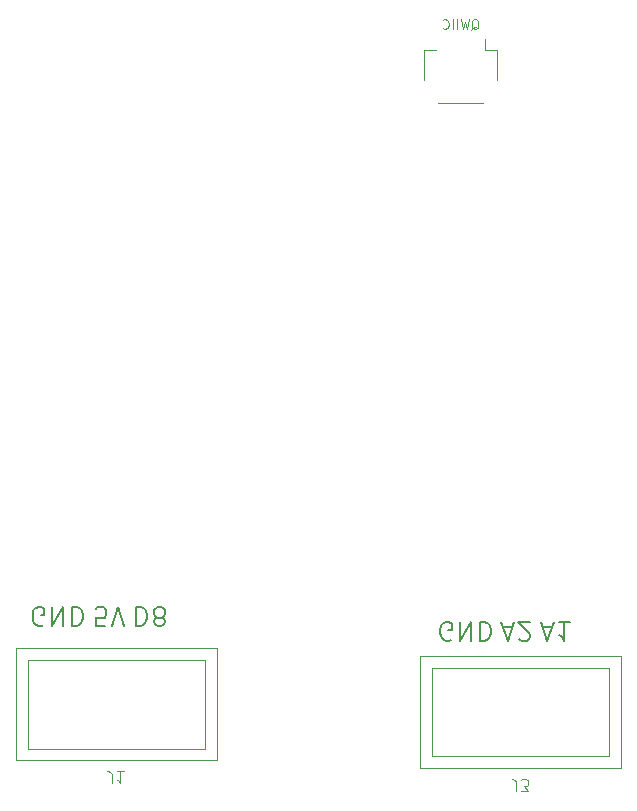
<source format=gbr>
%TF.GenerationSoftware,Flux,Pcbnew,9.0.6-9.0.6~ubuntu22.04.1*%
%TF.CreationDate,2025-12-30T03:11:01+00:00*%
%TF.ProjectId,input,696e7075-742e-46b6-9963-61645f706362,rev?*%
%TF.SameCoordinates,Original*%
%TF.FileFunction,Legend,Bot*%
%TF.FilePolarity,Positive*%
%FSLAX46Y46*%
G04 Gerber Fmt 4.6, Leading zero omitted, Abs format (unit mm)*
G04 Filename: pegjumpinggamepcb-179b*
G04 Build it with Flux! Visit our site at: https://www.flux.ai (PCBNEW 9.0.6-9.0.6~ubuntu22.04.1) date 2025-12-30 03:11:01*
%MOMM*%
%LPD*%
G01*
G04 APERTURE LIST*
%ADD10C,0.190000*%
%ADD11C,0.095000*%
%ADD12C,0.120650*%
%ADD13C,0.120000*%
%ADD14C,0.100000*%
G04 APERTURE END LIST*
D10*
X467257347Y-193856799D02*
X467104966Y-193932989D01*
X467104966Y-193932989D02*
X466876395Y-193932989D01*
X466876395Y-193932989D02*
X466647823Y-193856799D01*
X466647823Y-193856799D02*
X466495442Y-193704418D01*
X466495442Y-193704418D02*
X466419252Y-193552037D01*
X466419252Y-193552037D02*
X466343061Y-193247275D01*
X466343061Y-193247275D02*
X466343061Y-193018703D01*
X466343061Y-193018703D02*
X466419252Y-192713941D01*
X466419252Y-192713941D02*
X466495442Y-192561560D01*
X466495442Y-192561560D02*
X466647823Y-192409180D01*
X466647823Y-192409180D02*
X466876395Y-192332989D01*
X466876395Y-192332989D02*
X467028776Y-192332989D01*
X467028776Y-192332989D02*
X467257347Y-192409180D01*
X467257347Y-192409180D02*
X467333538Y-192485370D01*
X467333538Y-192485370D02*
X467333538Y-193018703D01*
X467333538Y-193018703D02*
X467028776Y-193018703D01*
X468019252Y-192332989D02*
X468019252Y-193932989D01*
X468019252Y-193932989D02*
X468933538Y-192332989D01*
X468933538Y-192332989D02*
X468933538Y-193932989D01*
X469695442Y-192332989D02*
X469695442Y-193932989D01*
X469695442Y-193932989D02*
X470076394Y-193932989D01*
X470076394Y-193932989D02*
X470304966Y-193856799D01*
X470304966Y-193856799D02*
X470457347Y-193704418D01*
X470457347Y-193704418D02*
X470533537Y-193552037D01*
X470533537Y-193552037D02*
X470609728Y-193247275D01*
X470609728Y-193247275D02*
X470609728Y-193018703D01*
X470609728Y-193018703D02*
X470533537Y-192713941D01*
X470533537Y-192713941D02*
X470457347Y-192561560D01*
X470457347Y-192561560D02*
X470304966Y-192409180D01*
X470304966Y-192409180D02*
X470076394Y-192332989D01*
X470076394Y-192332989D02*
X469695442Y-192332989D01*
X471676394Y-192790132D02*
X472438299Y-192790132D01*
X471524013Y-192332989D02*
X472057347Y-193932989D01*
X472057347Y-193932989D02*
X472590680Y-192332989D01*
X473047823Y-193780608D02*
X473124014Y-193856799D01*
X473124014Y-193856799D02*
X473276395Y-193932989D01*
X473276395Y-193932989D02*
X473657347Y-193932989D01*
X473657347Y-193932989D02*
X473809728Y-193856799D01*
X473809728Y-193856799D02*
X473885919Y-193780608D01*
X473885919Y-193780608D02*
X473962109Y-193628227D01*
X473962109Y-193628227D02*
X473962109Y-193475846D01*
X473962109Y-193475846D02*
X473885919Y-193247275D01*
X473885919Y-193247275D02*
X472971633Y-192332989D01*
X472971633Y-192332989D02*
X473962109Y-192332989D01*
X475028776Y-192790132D02*
X475790681Y-192790132D01*
X474876395Y-192332989D02*
X475409729Y-193932989D01*
X475409729Y-193932989D02*
X475943062Y-192332989D01*
X477314491Y-192332989D02*
X476400205Y-192332989D01*
X476857348Y-192332989D02*
X476857348Y-193932989D01*
X476857348Y-193932989D02*
X476704967Y-193704418D01*
X476704967Y-193704418D02*
X476552586Y-193552037D01*
X476552586Y-193552037D02*
X476400205Y-193475846D01*
X432748547Y-192587399D02*
X432596166Y-192663589D01*
X432596166Y-192663589D02*
X432367595Y-192663589D01*
X432367595Y-192663589D02*
X432139023Y-192587399D01*
X432139023Y-192587399D02*
X431986642Y-192435018D01*
X431986642Y-192435018D02*
X431910452Y-192282637D01*
X431910452Y-192282637D02*
X431834261Y-191977875D01*
X431834261Y-191977875D02*
X431834261Y-191749303D01*
X431834261Y-191749303D02*
X431910452Y-191444541D01*
X431910452Y-191444541D02*
X431986642Y-191292160D01*
X431986642Y-191292160D02*
X432139023Y-191139780D01*
X432139023Y-191139780D02*
X432367595Y-191063589D01*
X432367595Y-191063589D02*
X432519976Y-191063589D01*
X432519976Y-191063589D02*
X432748547Y-191139780D01*
X432748547Y-191139780D02*
X432824738Y-191215970D01*
X432824738Y-191215970D02*
X432824738Y-191749303D01*
X432824738Y-191749303D02*
X432519976Y-191749303D01*
X433510452Y-191063589D02*
X433510452Y-192663589D01*
X433510452Y-192663589D02*
X434424738Y-191063589D01*
X434424738Y-191063589D02*
X434424738Y-192663589D01*
X435186642Y-191063589D02*
X435186642Y-192663589D01*
X435186642Y-192663589D02*
X435567594Y-192663589D01*
X435567594Y-192663589D02*
X435796166Y-192587399D01*
X435796166Y-192587399D02*
X435948547Y-192435018D01*
X435948547Y-192435018D02*
X436024737Y-192282637D01*
X436024737Y-192282637D02*
X436100928Y-191977875D01*
X436100928Y-191977875D02*
X436100928Y-191749303D01*
X436100928Y-191749303D02*
X436024737Y-191444541D01*
X436024737Y-191444541D02*
X435948547Y-191292160D01*
X435948547Y-191292160D02*
X435796166Y-191139780D01*
X435796166Y-191139780D02*
X435567594Y-191063589D01*
X435567594Y-191063589D02*
X435186642Y-191063589D01*
X438005690Y-192663589D02*
X437243785Y-192663589D01*
X437243785Y-192663589D02*
X437167594Y-191901684D01*
X437167594Y-191901684D02*
X437243785Y-191977875D01*
X437243785Y-191977875D02*
X437396166Y-192054065D01*
X437396166Y-192054065D02*
X437777118Y-192054065D01*
X437777118Y-192054065D02*
X437929499Y-191977875D01*
X437929499Y-191977875D02*
X438005690Y-191901684D01*
X438005690Y-191901684D02*
X438081880Y-191749303D01*
X438081880Y-191749303D02*
X438081880Y-191368351D01*
X438081880Y-191368351D02*
X438005690Y-191215970D01*
X438005690Y-191215970D02*
X437929499Y-191139780D01*
X437929499Y-191139780D02*
X437777118Y-191063589D01*
X437777118Y-191063589D02*
X437396166Y-191063589D01*
X437396166Y-191063589D02*
X437243785Y-191139780D01*
X437243785Y-191139780D02*
X437167594Y-191215970D01*
X438539023Y-192663589D02*
X439072357Y-191063589D01*
X439072357Y-191063589D02*
X439605690Y-192663589D01*
X440596167Y-191063589D02*
X440596167Y-192663589D01*
X440596167Y-192663589D02*
X440977119Y-192663589D01*
X440977119Y-192663589D02*
X441205691Y-192587399D01*
X441205691Y-192587399D02*
X441358072Y-192435018D01*
X441358072Y-192435018D02*
X441434262Y-192282637D01*
X441434262Y-192282637D02*
X441510453Y-191977875D01*
X441510453Y-191977875D02*
X441510453Y-191749303D01*
X441510453Y-191749303D02*
X441434262Y-191444541D01*
X441434262Y-191444541D02*
X441358072Y-191292160D01*
X441358072Y-191292160D02*
X441205691Y-191139780D01*
X441205691Y-191139780D02*
X440977119Y-191063589D01*
X440977119Y-191063589D02*
X440596167Y-191063589D01*
X442424738Y-191977875D02*
X442272357Y-192054065D01*
X442272357Y-192054065D02*
X442196167Y-192130256D01*
X442196167Y-192130256D02*
X442119976Y-192282637D01*
X442119976Y-192282637D02*
X442119976Y-192358827D01*
X442119976Y-192358827D02*
X442196167Y-192511208D01*
X442196167Y-192511208D02*
X442272357Y-192587399D01*
X442272357Y-192587399D02*
X442424738Y-192663589D01*
X442424738Y-192663589D02*
X442729500Y-192663589D01*
X442729500Y-192663589D02*
X442881881Y-192587399D01*
X442881881Y-192587399D02*
X442958072Y-192511208D01*
X442958072Y-192511208D02*
X443034262Y-192358827D01*
X443034262Y-192358827D02*
X443034262Y-192282637D01*
X443034262Y-192282637D02*
X442958072Y-192130256D01*
X442958072Y-192130256D02*
X442881881Y-192054065D01*
X442881881Y-192054065D02*
X442729500Y-191977875D01*
X442729500Y-191977875D02*
X442424738Y-191977875D01*
X442424738Y-191977875D02*
X442272357Y-191901684D01*
X442272357Y-191901684D02*
X442196167Y-191825494D01*
X442196167Y-191825494D02*
X442119976Y-191673113D01*
X442119976Y-191673113D02*
X442119976Y-191368351D01*
X442119976Y-191368351D02*
X442196167Y-191215970D01*
X442196167Y-191215970D02*
X442272357Y-191139780D01*
X442272357Y-191139780D02*
X442424738Y-191063589D01*
X442424738Y-191063589D02*
X442729500Y-191063589D01*
X442729500Y-191063589D02*
X442881881Y-191139780D01*
X442881881Y-191139780D02*
X442958072Y-191215970D01*
X442958072Y-191215970D02*
X443034262Y-191368351D01*
X443034262Y-191368351D02*
X443034262Y-191673113D01*
X443034262Y-191673113D02*
X442958072Y-191825494D01*
X442958072Y-191825494D02*
X442881881Y-191901684D01*
X442881881Y-191901684D02*
X442729500Y-191977875D01*
D11*
X468995732Y-142214445D02*
X469071922Y-142176350D01*
X469071922Y-142176350D02*
X469148113Y-142100160D01*
X469148113Y-142100160D02*
X469262399Y-141985874D01*
X469262399Y-141985874D02*
X469338589Y-141947779D01*
X469338589Y-141947779D02*
X469414780Y-141947779D01*
X469376684Y-142138255D02*
X469452875Y-142100160D01*
X469452875Y-142100160D02*
X469529065Y-142023969D01*
X469529065Y-142023969D02*
X469567161Y-141871588D01*
X469567161Y-141871588D02*
X469567161Y-141604921D01*
X469567161Y-141604921D02*
X469529065Y-141452540D01*
X469529065Y-141452540D02*
X469452875Y-141376350D01*
X469452875Y-141376350D02*
X469376684Y-141338255D01*
X469376684Y-141338255D02*
X469224303Y-141338255D01*
X469224303Y-141338255D02*
X469148113Y-141376350D01*
X469148113Y-141376350D02*
X469071922Y-141452540D01*
X469071922Y-141452540D02*
X469033827Y-141604921D01*
X469033827Y-141604921D02*
X469033827Y-141871588D01*
X469033827Y-141871588D02*
X469071922Y-142023969D01*
X469071922Y-142023969D02*
X469148113Y-142100160D01*
X469148113Y-142100160D02*
X469224303Y-142138255D01*
X469224303Y-142138255D02*
X469376684Y-142138255D01*
X468767161Y-141338255D02*
X468576685Y-142138255D01*
X468576685Y-142138255D02*
X468424304Y-141566826D01*
X468424304Y-141566826D02*
X468271923Y-142138255D01*
X468271923Y-142138255D02*
X468081447Y-141338255D01*
X467776684Y-142138255D02*
X467776684Y-141338255D01*
X467395732Y-142138255D02*
X467395732Y-141338255D01*
X466557637Y-142062064D02*
X466595733Y-142100160D01*
X466595733Y-142100160D02*
X466710018Y-142138255D01*
X466710018Y-142138255D02*
X466786209Y-142138255D01*
X466786209Y-142138255D02*
X466900495Y-142100160D01*
X466900495Y-142100160D02*
X466976685Y-142023969D01*
X466976685Y-142023969D02*
X467014780Y-141947779D01*
X467014780Y-141947779D02*
X467052876Y-141795398D01*
X467052876Y-141795398D02*
X467052876Y-141681112D01*
X467052876Y-141681112D02*
X467014780Y-141528731D01*
X467014780Y-141528731D02*
X466976685Y-141452540D01*
X466976685Y-141452540D02*
X466900495Y-141376350D01*
X466900495Y-141376350D02*
X466786209Y-141338255D01*
X466786209Y-141338255D02*
X466710018Y-141338255D01*
X466710018Y-141338255D02*
X466595733Y-141376350D01*
X466595733Y-141376350D02*
X466557637Y-141414445D01*
D12*
X472771650Y-206660540D02*
X472771650Y-205934825D01*
X472771650Y-205934825D02*
X472723269Y-205789682D01*
X472723269Y-205789682D02*
X472626507Y-205692921D01*
X472626507Y-205692921D02*
X472481364Y-205644540D01*
X472481364Y-205644540D02*
X472384602Y-205644540D01*
X473158697Y-206660540D02*
X473787650Y-206660540D01*
X473787650Y-206660540D02*
X473448983Y-206273492D01*
X473448983Y-206273492D02*
X473594126Y-206273492D01*
X473594126Y-206273492D02*
X473690888Y-206225111D01*
X473690888Y-206225111D02*
X473739269Y-206176730D01*
X473739269Y-206176730D02*
X473787650Y-206079968D01*
X473787650Y-206079968D02*
X473787650Y-205838063D01*
X473787650Y-205838063D02*
X473739269Y-205741301D01*
X473739269Y-205741301D02*
X473690888Y-205692921D01*
X473690888Y-205692921D02*
X473594126Y-205644540D01*
X473594126Y-205644540D02*
X473303840Y-205644540D01*
X473303840Y-205644540D02*
X473207078Y-205692921D01*
X473207078Y-205692921D02*
X473158697Y-205741301D01*
X438521850Y-205990540D02*
X438521850Y-205264825D01*
X438521850Y-205264825D02*
X438473469Y-205119682D01*
X438473469Y-205119682D02*
X438376707Y-205022921D01*
X438376707Y-205022921D02*
X438231564Y-204974540D01*
X438231564Y-204974540D02*
X438134802Y-204974540D01*
X439537850Y-204974540D02*
X438957278Y-204974540D01*
X439247564Y-204974540D02*
X439247564Y-205990540D01*
X439247564Y-205990540D02*
X439150802Y-205845397D01*
X439150802Y-205845397D02*
X439054040Y-205748635D01*
X439054040Y-205748635D02*
X438957278Y-205700254D01*
D13*
%TO.C,*%
X471172400Y-146468100D02*
X471172400Y-143968100D01*
X471172400Y-143968100D02*
X470122400Y-143968100D01*
X470122400Y-143968100D02*
X470122400Y-142978100D01*
X464952400Y-146468100D02*
X464952400Y-143968100D01*
X464952400Y-143968100D02*
X466002400Y-143968100D01*
X470002400Y-148438100D02*
X466122400Y-148438100D01*
D14*
X465661511Y-203737407D02*
X480661511Y-203737367D01*
X480661511Y-203737367D02*
X480661491Y-196237367D01*
X480661491Y-196237367D02*
X465661491Y-196237407D01*
X465661491Y-196237407D02*
X465661511Y-203737407D01*
X464661513Y-204737409D02*
X481661513Y-204737364D01*
X481661513Y-204737364D02*
X481661488Y-195237364D01*
X481661488Y-195237364D02*
X464661488Y-195237409D01*
X464661488Y-195237409D02*
X464661513Y-204737409D01*
X431411711Y-203067407D02*
X446411711Y-203067367D01*
X446411711Y-203067367D02*
X446411691Y-195567367D01*
X446411691Y-195567367D02*
X431411691Y-195567407D01*
X431411691Y-195567407D02*
X431411711Y-203067407D01*
X430411713Y-204067409D02*
X447411713Y-204067364D01*
X447411713Y-204067364D02*
X447411688Y-194567364D01*
X447411688Y-194567364D02*
X430411688Y-194567409D01*
X430411688Y-194567409D02*
X430411713Y-204067409D01*
%TD*%
M02*

</source>
